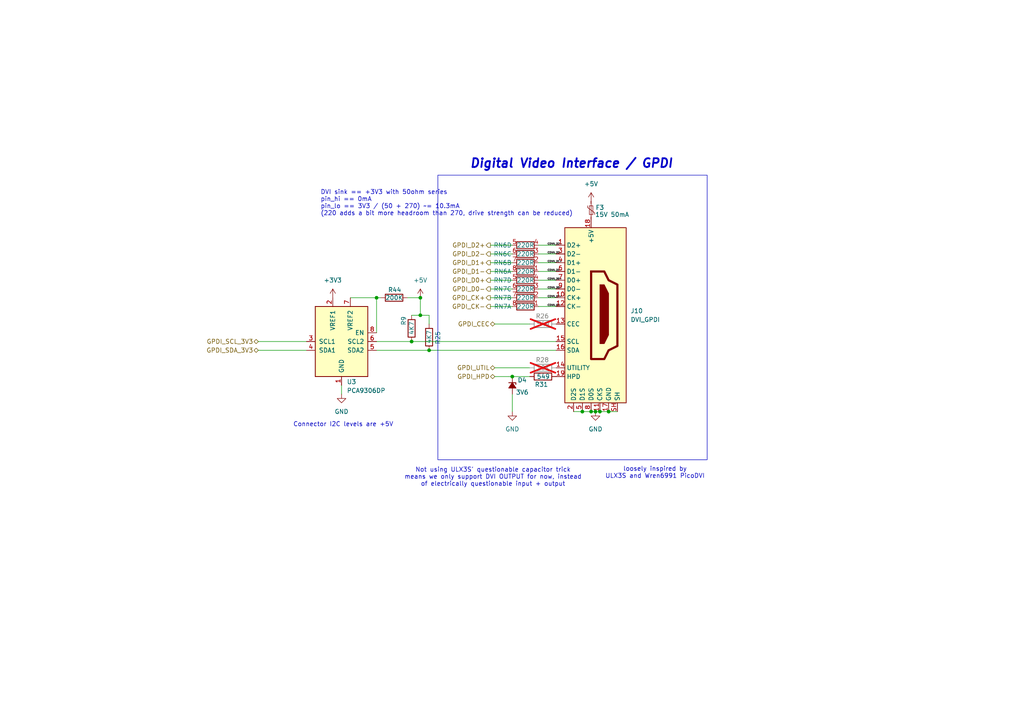
<source format=kicad_sch>
(kicad_sch (version 20231120) (generator "eeschema") (generator_version "8.0")
  (paper "A4")
  (lib_symbols
    (symbol "Connector:HDMI_A"
      (property "Reference" "J10" (at 11.43 1.2701 0))
      (property "Value" "DVI_GPDI" (at 11.43 -1.2699 0))
      (symbol "HDMI_A_0_1"
        (rectangle (start -7.62 25.4) (end 10.16 -25.4) (stroke (width 0.254)) (fill (type background)))
        (polyline (pts (xy 2.54 8.89) (xy 3.81 8.89) (xy 5.08 6.35) (xy 5.08 -5.715) (xy 3.81 -8.255) (xy 2.54 -8.255) (xy 2.54 8.89)) (fill (type outline)))
        (polyline (pts (xy 0 12.7) (xy 0 -12.7) (xy 3.81 -12.7) (xy 5.08 -10.16) (xy 7.62 -8.89) (xy 7.62 8.89) (xy 5.08 10.16) (xy 3.81 12.7) (xy 0 12.7)) (stroke (width 0.635)))
      )
      (symbol "HDMI_A_1_1"
        (pin passive line (at -10.16 20.32 0) (length 2.54) (name "D2+") (number "1"))
        (pin passive line (at -10.16 5.08 0) (length 2.54) (name "CK+") (number "10"))
        (pin power_in line (at 2.54 -27.94 90) (length 2.54) (name "CKS") (number "11"))
        (pin passive line (at -10.16 2.54 0) (length 2.54) (name "CK-") (number "12"))
        (pin bidirectional line (at -10.16 -2.54 0) (length 2.54) (name "CEC") (number "13"))
        (pin passive line (at -10.16 -15.24 0) (length 2.54) (name "UTILITY") (number "14"))
        (pin passive line (at -10.16 -7.62 0) (length 2.54) (name "SCL") (number "15"))
        (pin bidirectional line (at -10.16 -10.16 0) (length 2.54) (name "SDA") (number "16"))
        (pin power_in line (at 5.08 -27.94 90) (length 2.54) (name "GND") (number "17"))
        (pin power_in line (at 0 27.94 270) (length 2.54) (name "+5V") (number "18"))
        (pin passive line (at -10.16 -17.78 0) (length 2.54) (name "HPD") (number "19"))
        (pin power_in line (at -5.08 -27.94 90) (length 2.54) (name "D2S") (number "2"))
        (pin passive line (at -10.16 17.78 0) (length 2.54) (name "D2-") (number "3"))
        (pin passive line (at -10.16 15.24 0) (length 2.54) (name "D1+") (number "4"))
        (pin power_in line (at -2.54 -27.94 90) (length 2.54) (name "D1S") (number "5"))
        (pin passive line (at -10.16 12.7 0) (length 2.54) (name "D1-") (number "6"))
        (pin passive line (at -10.16 10.16 0) (length 2.54) (name "D0+") (number "7"))
        (pin power_in line (at 0 -27.94 90) (length 2.54) (name "D0S") (number "8"))
        (pin passive line (at -10.16 7.62 0) (length 2.54) (name "D0-") (number "9"))
        (pin passive line (at 7.62 -27.94 90) (length 2.54) (name "SH") (number "SH"))
      )
    )
    (symbol "Device:D_Zener_Small_Filled" (pin_numbers hide) (pin_names (offset 0.254) hide)
      (property "Reference" "D" (at 0 2.286 0))
      (property "Value" "D_Zener_Small_Filled" (at 0 -2.286 0))
      (symbol "D_Zener_Small_Filled_0_1"
        (polyline (pts (xy 0.762 0) (xy -0.762 0)))
        (polyline (pts (xy -0.254 1.016) (xy -0.762 1.016) (xy -0.762 -1.016)) (stroke (width 0.254)))
        (polyline (pts (xy 0.762 1.016) (xy -0.762 0) (xy 0.762 -1.016) (xy 0.762 1.016)) (stroke (width 0.254)) (fill (type outline)))
      )
      (symbol "D_Zener_Small_Filled_1_1"
        (pin passive line (at -2.54 0 0) (length 1.778) (name "K") (number "1"))
        (pin passive line (at 2.54 0 180) (length 1.778) (name "A") (number "2"))
      )
    )
    (symbol "Device:Polyfuse_Small" (pin_numbers hide) (pin_names (offset 0))
      (property "Reference" "F" (at -1.905 0 90))
      (property "Value" "Polyfuse_Small" (at 1.905 0 90))
      (symbol "Polyfuse_Small_0_1"
        (rectangle (start -0.508 1.27) (end 0.508 -1.27))
        (polyline (pts (xy 0 2.54) (xy 0 -2.54)))
        (polyline (pts (xy -1.016 1.27) (xy -1.016 0.762) (xy 1.016 -0.762) (xy 1.016 -1.27)))
      )
      (symbol "Polyfuse_Small_1_1"
        (pin passive line (at 0 2.54 270) (length 0.635) (name "~") (number "1"))
        (pin passive line (at 0 -2.54 90) (length 0.635) (name "~") (number "2"))
      )
    )
    (symbol "Device:R" (pin_numbers hide) (pin_names (offset 0))
      (property "Reference" "R" (at 2.032 0 90))
      (property "Value" "R" (at 0 0 90))
      (symbol "R_0_1"
        (rectangle (start -1.016 -2.54) (end 1.016 2.54) (stroke (width 0.254)))
      )
      (symbol "R_1_1"
        (pin passive line (at 0 3.81 270) (length 1.27) (name "~") (number "1"))
        (pin passive line (at 0 -3.81 90) (length 1.27) (name "~") (number "2"))
      )
    )
    (symbol "Device:R_Pack04_Split" (pin_names (offset 0) hide)
      (property "Reference" "RN" (at 2.032 0 90))
      (property "Value" "R_Pack04_Split" (at 0 0 90))
      (symbol "R_Pack04_Split_0_1"
        (rectangle (start 1.016 2.54) (end -1.016 -2.54) (stroke (width 0.254)))
      )
      (symbol "R_Pack04_Split_1_1"
        (pin passive line (at 0 -3.81 90) (length 1.27) (name "R1.1") (number "1"))
        (pin passive line (at 0 3.81 270) (length 1.27) (name "R1.2") (number "8"))
      )
      (symbol "R_Pack04_Split_2_1"
        (pin passive line (at 0 -3.81 90) (length 1.27) (name "R2.1") (number "2"))
        (pin passive line (at 0 3.81 270) (length 1.27) (name "R2.2") (number "7"))
      )
      (symbol "R_Pack04_Split_3_1"
        (pin passive line (at 0 -3.81 90) (length 1.27) (name "R3.1") (number "3"))
        (pin passive line (at 0 3.81 270) (length 1.27) (name "R3.2") (number "6"))
      )
      (symbol "R_Pack04_Split_4_1"
        (pin passive line (at 0 -3.81 90) (length 1.27) (name "R4.1") (number "4"))
        (pin passive line (at 0 3.81 270) (length 1.27) (name "R4.2") (number "5"))
      )
    )
    (symbol "Interface:PCA9306DP" (pin_names (offset 1.016))
      (property "Reference" "U" (at -7.62 11.43 0))
      (property "Value" "PCA9306DP" (at 3.81 11.43 0))
      (symbol "PCA9306DP_0_1"
        (rectangle (start -7.62 10.16) (end 7.62 -10.16) (stroke (width 0.254)) (fill (type background)))
      )
      (symbol "PCA9306DP_1_1"
        (pin power_in line (at 0 -12.7 90) (length 2.54) (name "GND") (number "1"))
        (pin power_in line (at -2.54 12.7 270) (length 2.54) (name "VREF1") (number "2"))
        (pin bidirectional line (at -10.16 0 0) (length 2.54) (name "SCL1") (number "3"))
        (pin bidirectional line (at -10.16 -2.54 0) (length 2.54) (name "SDA1") (number "4"))
        (pin bidirectional line (at 10.16 -2.54 180) (length 2.54) (name "SDA2") (number "5"))
        (pin bidirectional line (at 10.16 0 180) (length 2.54) (name "SCL2") (number "6"))
        (pin power_in line (at 2.54 12.7 270) (length 2.54) (name "VREF2") (number "7"))
        (pin input line (at 10.16 2.54 180) (length 2.54) (name "EN") (number "8"))
      )
    )
    (symbol "power:+3V3" (power) (pin_names (offset 0))
      (property "Value" "+3V3" (at 0 3.556 0))
      (symbol "+3V3_0_1"
        (polyline (pts (xy -0.762 1.27) (xy 0 2.54)))
        (polyline (pts (xy 0 0) (xy 0 2.54)))
        (polyline (pts (xy 0 2.54) (xy 0.762 1.27)))
      )
      (symbol "+3V3_1_1"
        (pin power_in line (at 0 0 90) (length 0) hide (name "+3V3") (number "1"))
      )
    )
    (symbol "power:+5V" (power) (pin_numbers hide) (pin_names (offset 0) hide)
      (property "Value" "+5V" (at 0 3.556 0))
      (symbol "+5V_0_1"
        (polyline (pts (xy -0.762 1.27) (xy 0 2.54)))
        (polyline (pts (xy 0 0) (xy 0 2.54)))
        (polyline (pts (xy 0 2.54) (xy 0.762 1.27)))
      )
      (symbol "+5V_1_1"
        (pin power_in line (at 0 0 90) (length 0) (name "~") (number "1"))
      )
    )
    (symbol "power:GND" (power) (pin_names (offset 0))
      (property "Value" "GND" (at 0 -3.81 0))
      (symbol "GND_0_1"
        (polyline (pts (xy 0 0) (xy 0 -1.27) (xy 1.27 -1.27) (xy 0 -2.54) (xy -1.27 -1.27) (xy 0 -1.27)))
      )
      (symbol "GND_1_1"
        (pin power_in line (at 0 0 270) (length 0) hide (name "GND") (number "1"))
      )
    )
  )
  (junction (at 171.45 119.38))
  (junction (at 121.92 86.36))
  (junction (at 172.72 119.38))
  (junction (at 109.22 86.36))
  (junction (at 124.46 101.6))
  (junction (at 148.59 109.22))
  (junction (at 121.92 91.44))
  (junction (at 119.38 99.06))
  (junction (at 173.99 119.38))
  (junction (at 168.91 119.38))
  (junction (at 176.53 119.38))
  (wire (pts (xy 148.59 109.22) (xy 153.67 109.22)))
  (wire (pts (xy 109.22 99.06) (xy 119.38 99.06)))
  (wire (pts (xy 74.93 101.6) (xy 88.9 101.6)))
  (wire (pts (xy 168.91 119.38) (xy 171.45 119.38)))
  (wire (pts (xy 156.21 88.9) (xy 161.29 88.9)))
  (wire (pts (xy 171.45 119.38) (xy 172.72 119.38)))
  (wire (pts (xy 143.51 93.98) (xy 153.67 93.98)))
  (wire (pts (xy 99.06 111.76) (xy 99.06 114.3)))
  (wire (pts (xy 121.92 86.36) (xy 121.92 91.44)))
  (wire (pts (xy 109.22 101.6) (xy 124.46 101.6)))
  (wire (pts (xy 142.24 78.74) (xy 148.59 78.74)))
  (wire (pts (xy 109.22 86.36) (xy 110.49 86.36)))
  (wire (pts (xy 166.37 119.38) (xy 168.91 119.38)))
  (wire (pts (xy 119.38 99.06) (xy 161.29 99.06)))
  (wire (pts (xy 142.24 71.12) (xy 148.59 71.12)))
  (wire (pts (xy 74.93 99.06) (xy 88.9 99.06)))
  (wire (pts (xy 172.72 119.38) (xy 173.99 119.38)))
  (wire (pts (xy 156.21 86.36) (xy 161.29 86.36)))
  (wire (pts (xy 124.46 91.44) (xy 121.92 91.44)))
  (wire (pts (xy 156.21 71.12) (xy 161.29 71.12)))
  (wire (pts (xy 173.99 119.38) (xy 176.53 119.38)))
  (wire (pts (xy 142.24 73.66) (xy 148.59 73.66)))
  (wire (pts (xy 143.51 109.22) (xy 148.59 109.22)))
  (wire (pts (xy 109.22 86.36) (xy 109.22 96.52)))
  (wire (pts (xy 142.24 81.28) (xy 148.59 81.28)))
  (wire (pts (xy 101.6 86.36) (xy 109.22 86.36)))
  (wire (pts (xy 142.24 83.82) (xy 148.59 83.82)))
  (wire (pts (xy 124.46 93.98) (xy 124.46 91.44)))
  (wire (pts (xy 143.51 106.68) (xy 153.67 106.68)))
  (wire (pts (xy 142.24 86.36) (xy 148.59 86.36)))
  (wire (pts (xy 156.21 83.82) (xy 161.29 83.82)))
  (wire (pts (xy 124.46 101.6) (xy 161.29 101.6)))
  (wire (pts (xy 148.59 114.3) (xy 148.59 119.38)))
  (wire (pts (xy 156.21 73.66) (xy 161.29 73.66)))
  (wire (pts (xy 142.24 76.2) (xy 148.59 76.2)))
  (wire (pts (xy 121.92 91.44) (xy 119.38 91.44)))
  (wire (pts (xy 118.11 86.36) (xy 121.92 86.36)))
  (wire (pts (xy 156.21 76.2) (xy 161.29 76.2)))
  (wire (pts (xy 156.21 78.74) (xy 161.29 78.74)))
  (wire (pts (xy 142.24 88.9) (xy 148.59 88.9)))
  (wire (pts (xy 176.53 119.38) (xy 179.07 119.38)))
  (wire (pts (xy 156.21 81.28) (xy 161.29 81.28)))
  (rectangle (start 127 50.8) (end 205.105 133.35))
  (text "DVI sink == +3V3 with 50ohm series\npin_hi == 0mA\npin_lo == 3V3 / (50 + 270) ~= 10.3mA\n(220 adds a bit more headroom than 270, drive strength can be reduced)" (at 92.964 58.928 0) (effects (font (size 1.27 1.27)) (justify left)))
  (text "Digital Video Interface / GPDI" (at 136.144 49.022 0) (effects (font (size 2.54 2.54) (thickness 0.508) (bold yes) (italic yes)) (justify left bottom)))
  (text "Connector I2C levels are +5V" (at 99.568 123.19 0) (effects (font (size 1.27 1.27))))
  (text "loosely inspired by\nULX3S and Wren6991 PicoDVI" (at 189.992 137.16 0) (effects (font (size 1.27 1.27))))
  (text "Not using ULX3S' questionable capacitor trick\nmeans we only support DVI OUTPUT for now, instead\nof electrically questionable input + output" (at 143.002 138.43 0) (effects (font (size 1.27 1.27))))
  (label "CONN_D2+" (at 158.75 71.12 0) (effects (font (size 0.508 0.508))))
  (label "CONN_CK-" (at 158.75 88.9 0) (effects (font (size 0.508 0.508))))
  (label "CONN_D2-" (at 158.75 73.66 0) (effects (font (size 0.508 0.508))))
  (label "CONN_D1-" (at 158.75 78.74 0) (effects (font (size 0.508 0.508))))
  (label "CONN_D0+" (at 158.75 81.28 0) (effects (font (size 0.508 0.508))))
  (label "CONN_D1+" (at 158.75 76.2 0) (effects (font (size 0.508 0.508))))
  (label "CONN_CK+" (at 158.75 86.36 0) (effects (font (size 0.508 0.508))))
  (label "CONN_D0-" (at 158.75 83.82 0) (effects (font (size 0.508 0.508))))
  (hierarchical_label "GPDI_SDA_3V3" (shape bidirectional) (at 74.93 101.6 180))
  (hierarchical_label "GPDI_D2-" (shape output) (at 142.24 73.66 180))
  (hierarchical_label "GPDI_CEC" (shape bidirectional) (at 143.51 93.98 180))
  (hierarchical_label "GPDI_D2+" (shape output) (at 142.24 71.12 180))
  (hierarchical_label "GPDI_D1+" (shape output) (at 142.24 76.2 180))
  (hierarchical_label "GPDI_D1-" (shape output) (at 142.24 78.74 180))
  (hierarchical_label "GPDI_D0+" (shape output) (at 142.24 81.28 180))
  (hierarchical_label "GPDI_HPD" (shape bidirectional) (at 143.51 109.22 180))
  (hierarchical_label "GPDI_CK+" (shape output) (at 142.24 86.36 180))
  (hierarchical_label "GPDI_SCL_3V3" (shape bidirectional) (at 74.93 99.06 180))
  (hierarchical_label "GPDI_CK-" (shape output) (at 142.24 88.9 180))
  (hierarchical_label "GPDI_D0-" (shape output) (at 142.24 83.82 180))
  (hierarchical_label "GPDI_UTIL" (shape bidirectional) (at 143.51 106.68 180))
  (symbol (lib_id "Device:R_Pack04_Split") (at 152.4 78.74 90) (mirror x) (unit 1)
    (property "Reference" "RN6" (at 145.796 78.74 90))
    (property "Value" "220R" (at 152.4 78.74 90))
    (property "Footprint" "Resistor_SMD:R_Array_Convex_4x0402" (effects (hide yes)))
    (property "Datasheet" "https://datasheet.lcsc.com/lcsc/1811141242_YAGEO-YC124-JR-07100RL_C326873.pdf" (effects (hide yes)))
    (property "mfg#" "YC124-JR-07220RL" (effects (hide yes)))
    (property "lcsc#" "C326868" (effects (hide yes)))
    (property "LCSC" "C326868" (effects (hide yes)))
  )
  (symbol (lib_id "power:+3V3") (at 96.52 86.36 0) (unit 1)
    (property "Reference" "#PWR07" (effects (hide yes)))
    (property "Value" "+3V3" (at 96.52 81.28 0))
  )
  (symbol (lib_id "Device:R_Pack04_Split") (at 152.4 76.2 90) (mirror x) (unit 2)
    (property "Reference" "RN6" (at 145.796 76.2 90))
    (property "Value" "220R" (at 152.4 76.2 90))
    (property "Footprint" "Resistor_SMD:R_Array_Convex_4x0402" (effects (hide yes)))
    (property "Datasheet" "https://datasheet.lcsc.com/lcsc/1811141242_YAGEO-YC124-JR-07100RL_C326873.pdf" (effects (hide yes)))
    (property "mfg#" "YC124-JR-07220RL" (effects (hide yes)))
    (property "lcsc#" "C326868" (effects (hide yes)))
    (property "LCSC" "C326868" (effects (hide yes)))
  )
  (symbol (lib_id "Device:R") (at 119.38 95.25 180) (unit 1)
    (property "Reference" "R9" (at 117.094 91.694 90) (effects (justify left)))
    (property "Value" "4K7" (at 119.38 93.218 90) (effects (justify left)))
    (property "Footprint" "Resistor_SMD:R_0402_1005Metric" (effects (hide yes)))
    (property "Mfg" "Yageo" (effects (hide yes)))
    (property "lcsc#" "C25900" (effects (hide yes)))
    (property "LCSC" "C25900" (effects (hide yes)))
  )
  (symbol (lib_id "power:GND") (at 99.06 114.3 0) (mirror y) (unit 1)
    (property "Reference" "#PWR010" (effects (hide yes)))
    (property "Value" "GND" (at 99.06 119.38 0))
  )
  (symbol (lib_id "Device:R_Pack04_Split") (at 152.4 73.66 90) (mirror x) (unit 3)
    (property "Reference" "RN6" (at 145.796 73.66 90))
    (property "Value" "220R" (at 152.4 73.66 90))
    (property "Footprint" "Resistor_SMD:R_Array_Convex_4x0402" (effects (hide yes)))
    (property "Datasheet" "https://datasheet.lcsc.com/lcsc/1811141242_YAGEO-YC124-JR-07100RL_C326873.pdf" (effects (hide yes)))
    (property "mfg#" "YC124-JR-07220RL" (effects (hide yes)))
    (property "lcsc#" "C326868" (effects (hide yes)))
    (property "LCSC" "C326868" (effects (hide yes)))
  )
  (symbol (lib_id "Device:R_Pack04_Split") (at 152.4 81.28 90) (mirror x) (unit 4)
    (property "Reference" "RN7" (at 145.796 81.28 90))
    (property "Value" "220R" (at 152.4 81.28 90))
    (property "Footprint" "Resistor_SMD:R_Array_Convex_4x0402" (effects (hide yes)))
    (property "Datasheet" "https://datasheet.lcsc.com/lcsc/1811141242_YAGEO-YC124-JR-07100RL_C326873.pdf" (effects (hide yes)))
    (property "mfg#" "YC124-JR-07220RL" (effects (hide yes)))
    (property "lcsc#" "C326868" (effects (hide yes)))
    (property "LCSC" "C326868" (effects (hide yes)))
  )
  (symbol (lib_id "Interface:PCA9306DP") (at 99.06 99.06 0) (unit 1)
    (property "Reference" "U3" (at 100.584 110.744 0) (effects (justify left)))
    (property "Value" "PCA9306DP" (at 100.584 113.284 0) (effects (justify left)))
    (property "Footprint" "Package_SO:TSSOP-8_3x3mm_P0.65mm" (effects (hide yes)))
    (property "Datasheet" "https://www.nxp.com/docs/en/data-sheet/PCA9306.pdf" (effects (hide yes)))
    (property "Description" "Dual bidirectional I2C Bus and SMBus voltage level translator, TSSOP-8" (effects (hide yes)))
    (property "lcsc#" "C128835" (effects (hide yes)))
    (property "LCSC" "C128835" (effects (hide yes)))
  )
  (symbol (lib_id "Device:Polyfuse_Small") (at 171.45 60.96 180) (unit 1)
    (property "Reference" "F3" (at 173.99 60.198 0))
    (property "Value" "15V 50mA" (at 177.546 62.23 0))
    (property "Footprint" "Fuse:Fuse_0805_2012Metric" (effects (hide yes)))
    (property "Description" "Resettable fuse, polymeric positive temperature coefficient, small symbol" (effects (hide yes)))
    (property "lcsc#" "C883096" (effects (hide yes)))
    (property "LCSC" "C883096" (effects (hide yes)))
  )
  (symbol (lib_id "Connector:HDMI_A") (at 171.45 91.44 0) (unit 1)
    (property "Reference" "J10" (at 182.88 90.1699 0) (effects (justify left)))
    (property "Value" "DVI_GPDI" (at 182.88 92.7099 0) (effects (justify left)))
    (property "Footprint" "Connector_Video:HDMI_A_Amphenol_10029449-x01xLF_Horizontal" (effects (hide yes)))
    (property "lcsc#" "C428493" (effects (hide yes)))
    (property "LCSC" "C428493" (effects (hide yes)))
  )
  (symbol (lib_id "Device:R") (at 114.3 86.36 270) (unit 1)
    (property "Reference" "R44" (at 112.522 84.074 90) (effects (justify left)))
    (property "Value" "200K" (at 111.76 86.36 90) (effects (justify left)))
    (property "Footprint" "Resistor_SMD:R_0402_1005Metric" (effects (hide yes)))
    (property "lcsc#" "C25764" (effects (hide yes)))
    (property "LCSC" "C25764" (effects (hide yes)))
  )
  (symbol (lib_id "Device:R") (at 157.48 106.68 90) (unit 1) (in_bom no) (dnp yes)
    (property "Reference" "R28" (at 159.258 104.394 90) (effects (justify left)))
    (property "Value" "10K" (at 159.512 106.68 90) (effects (justify left)))
    (property "Footprint" "Resistor_SMD:R_0402_1005Metric" (effects (hide yes)))
    (property "Mfg" "Yageo" (effects (hide yes)))
    (property "LCSC" "C25744" (effects (hide yes)))
  )
  (symbol (lib_id "power:GND") (at 172.72 119.38 0) (mirror y) (unit 1)
    (property "Reference" "#PWR073" (effects (hide yes)))
    (property "Value" "GND" (at 172.72 124.46 0))
  )
  (symbol (lib_id "Device:R") (at 157.48 93.98 90) (unit 1) (in_bom no) (dnp yes)
    (property "Reference" "R26" (at 159.258 91.694 90) (effects (justify left)))
    (property "Value" "549" (at 159.512 93.98 90) (effects (justify left)))
    (property "Footprint" "Resistor_SMD:R_0402_1005Metric" (effects (hide yes)))
    (property "Mfg" "Yageo" (effects (hide yes)))
    (property "LCSC" "C474081" (effects (hide yes)))
  )
  (symbol (lib_id "Device:R") (at 124.46 97.79 180) (unit 1)
    (property "Reference" "R25" (at 127 96.012 90) (effects (justify left)))
    (property "Value" "4K7" (at 124.46 95.758 90) (effects (justify left)))
    (property "Footprint" "Resistor_SMD:R_0402_1005Metric" (effects (hide yes)))
    (property "Mfg" "Yageo" (effects (hide yes)))
    (property "lcsc#" "C25900" (effects (hide yes)))
    (property "LCSC" "C25900" (effects (hide yes)))
  )
  (symbol (lib_id "power:+5V") (at 121.92 86.36 0) (unit 1)
    (property "Reference" "#PWR011" (effects (hide yes)))
    (property "Value" "+5V" (at 121.92 81.28 0))
    (property "Description" "Power symbol creates a global label with name \"+5V\"" (effects (hide yes)))
  )
  (symbol (lib_id "Device:R_Pack04_Split") (at 152.4 83.82 90) (mirror x) (unit 3)
    (property "Reference" "RN7" (at 145.796 83.82 90))
    (property "Value" "220R" (at 152.4 83.82 90))
    (property "Footprint" "Resistor_SMD:R_Array_Convex_4x0402" (effects (hide yes)))
    (property "Datasheet" "https://datasheet.lcsc.com/lcsc/1811141242_YAGEO-YC124-JR-07100RL_C326873.pdf" (effects (hide yes)))
    (property "mfg#" "YC124-JR-07220RL" (effects (hide yes)))
    (property "lcsc#" "C326868" (effects (hide yes)))
    (property "LCSC" "C326868" (effects (hide yes)))
  )
  (symbol (lib_id "Device:R_Pack04_Split") (at 152.4 86.36 90) (mirror x) (unit 2)
    (property "Reference" "RN7" (at 145.796 86.36 90))
    (property "Value" "220R" (at 152.4 86.36 90))
    (property "Footprint" "Resistor_SMD:R_Array_Convex_4x0402" (effects (hide yes)))
    (property "Datasheet" "https://datasheet.lcsc.com/lcsc/1811141242_YAGEO-YC124-JR-07100RL_C326873.pdf" (effects (hide yes)))
    (property "mfg#" "YC124-JR-07220RL" (effects (hide yes)))
    (property "lcsc#" "C326868" (effects (hide yes)))
    (property "LCSC" "C326868" (effects (hide yes)))
  )
  (symbol (lib_id "power:GND") (at 148.59 119.38 0) (mirror y) (unit 1)
    (property "Reference" "#PWR013" (effects (hide yes)))
    (property "Value" "GND" (at 148.59 124.46 0))
  )
  (symbol (lib_id "Device:D_Zener_Small_Filled") (at 148.59 111.76 270) (unit 1)
    (property "Reference" "D4" (at 150.114 110.236 90) (effects (justify left)))
    (property "Value" "3V6" (at 149.606 113.792 90) (effects (justify left)))
    (property "Footprint" "Diode_SMD:D_SOD-123" (effects (hide yes)))
    (property "Description" "Zener diode, small symbol, filled shape" (effects (hide yes)))
    (property "lcsc#" "C173412" (effects (hide yes)))
    (property "LCSC" "C173412" (effects (hide yes)))
  )
  (symbol (lib_id "Device:R_Pack04_Split") (at 152.4 71.12 90) (mirror x) (unit 4)
    (property "Reference" "RN6" (at 145.796 71.12 90))
    (property "Value" "220R" (at 152.4 71.12 90))
    (property "Footprint" "Resistor_SMD:R_Array_Convex_4x0402" (effects (hide yes)))
    (property "Datasheet" "https://datasheet.lcsc.com/lcsc/1811141242_YAGEO-YC124-JR-07100RL_C326873.pdf" (effects (hide yes)))
    (property "mfg#" "YC124-JR-07220RL" (effects (hide yes)))
    (property "lcsc#" "C326868" (effects (hide yes)))
    (property "LCSC" "C326868" (effects (hide yes)))
  )
  (symbol (lib_id "Device:R_Pack04_Split") (at 152.4 88.9 90) (mirror x) (unit 1)
    (property "Reference" "RN7" (at 145.796 88.9 90))
    (property "Value" "220R" (at 152.4 88.9 90))
    (property "Footprint" "Resistor_SMD:R_Array_Convex_4x0402" (effects (hide yes)))
    (property "Datasheet" "https://datasheet.lcsc.com/lcsc/1811141242_YAGEO-YC124-JR-07100RL_C326873.pdf" (effects (hide yes)))
    (property "mfg#" "YC124-JR-07220RL" (effects (hide yes)))
    (property "lcsc#" "C326868" (effects (hide yes)))
    (property "LCSC" "C326868" (effects (hide yes)))
  )
  (symbol (lib_id "Device:R") (at 157.48 109.22 90) (unit 1)
    (property "Reference" "R31" (at 159.004 111.506 90) (effects (justify left)))
    (property "Value" "549" (at 159.512 109.22 90) (effects (justify left)))
    (property "Footprint" "Resistor_SMD:R_0402_1005Metric" (effects (hide yes)))
    (property "Mfg" "Yageo" (effects (hide yes)))
    (property "lcsc#" "C474081" (effects (hide yes)))
    (property "LCSC" "C474081" (effects (hide yes)))
  )
  (symbol (lib_id "power:+5V") (at 171.45 58.42 0) (unit 1)
    (property "Reference" "#PWR014" (effects (hide yes)))
    (property "Value" "+5V" (at 171.45 53.34 0))
    (property "Description" "Power symbol creates a global label with name \"+5V\"" (effects (hide yes)))
  )
)
</source>
